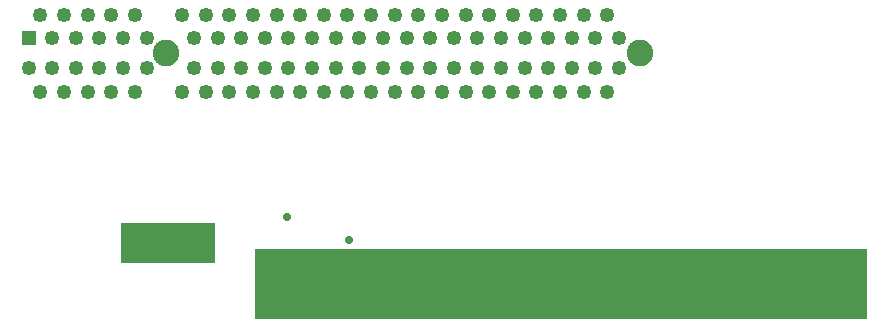
<source format=gbs>
G04*
G04 #@! TF.GenerationSoftware,Altium Limited,Altium Designer,19.0.4 (130)*
G04*
G04 Layer_Color=16711935*
%FSLAX25Y25*%
%MOIN*%
G70*
G01*
G75*
%ADD16R,0.31496X0.13583*%
%ADD17R,2.03937X0.23524*%
%ADD18R,0.03556X0.17335*%
%ADD19R,0.03556X0.13398*%
%ADD20C,0.04934*%
%ADD21R,0.04934X0.04934*%
%ADD22C,0.08871*%
%ADD23C,0.02800*%
D16*
X147047Y24508D02*
D03*
D17*
X278150Y10778D02*
D03*
D18*
X278150Y13780D02*
D03*
X270276D02*
D03*
X258465D02*
D03*
X309646D02*
D03*
X297835D02*
D03*
X286023D02*
D03*
X289961D02*
D03*
X305709D02*
D03*
X293898D02*
D03*
X266338D02*
D03*
X274213D02*
D03*
X301772D02*
D03*
X262402D02*
D03*
X282086D02*
D03*
X250590D02*
D03*
X211221D02*
D03*
X246654D02*
D03*
X234842D02*
D03*
X183661D02*
D03*
X191535D02*
D03*
X219094D02*
D03*
X207284D02*
D03*
X230906D02*
D03*
X242717D02*
D03*
X199409D02*
D03*
X203347D02*
D03*
X215158D02*
D03*
X187598D02*
D03*
X195472D02*
D03*
X238780D02*
D03*
X254528D02*
D03*
X321457D02*
D03*
X341142D02*
D03*
X337205D02*
D03*
X372638D02*
D03*
X349016D02*
D03*
X329331D02*
D03*
X352953D02*
D03*
X317520D02*
D03*
X356890D02*
D03*
X313583D02*
D03*
X364764D02*
D03*
X325394D02*
D03*
X345079D02*
D03*
X360827D02*
D03*
X333268D02*
D03*
X368701D02*
D03*
X376575D02*
D03*
D19*
X179724Y15748D02*
D03*
D20*
X297441Y92586D02*
D03*
Y82744D02*
D03*
X293504Y100460D02*
D03*
Y74869D02*
D03*
X285630D02*
D03*
X277756D02*
D03*
X269882D02*
D03*
X262008D02*
D03*
X254134D02*
D03*
X246260D02*
D03*
X238386D02*
D03*
X230512D02*
D03*
X289567Y82744D02*
D03*
X281693D02*
D03*
X273819D02*
D03*
X265945D02*
D03*
X258071D02*
D03*
X250197D02*
D03*
X242323D02*
D03*
X234449D02*
D03*
X289567Y92586D02*
D03*
X281693D02*
D03*
X273819D02*
D03*
X265945D02*
D03*
X258071D02*
D03*
X250197D02*
D03*
X242323D02*
D03*
X234449D02*
D03*
X285630Y100460D02*
D03*
X277756D02*
D03*
X269882D02*
D03*
X262008D02*
D03*
X254134D02*
D03*
X246260D02*
D03*
X238386D02*
D03*
X108465Y92586D02*
D03*
X116339D02*
D03*
X124213D02*
D03*
X132087D02*
D03*
X139961D02*
D03*
X104528Y100460D02*
D03*
X112402D02*
D03*
X120276D02*
D03*
X128150D02*
D03*
X136024D02*
D03*
X100591Y82744D02*
D03*
X108465D02*
D03*
X116339D02*
D03*
X124213D02*
D03*
X132087D02*
D03*
X139961D02*
D03*
X104528Y74869D02*
D03*
X112402D02*
D03*
X120276D02*
D03*
X128150D02*
D03*
X136024D02*
D03*
X151772Y100460D02*
D03*
X159646D02*
D03*
X167520D02*
D03*
X175394D02*
D03*
X183268D02*
D03*
X191142D02*
D03*
X199016D02*
D03*
X206890D02*
D03*
X214764D02*
D03*
X222638D02*
D03*
X155709Y92586D02*
D03*
X163583D02*
D03*
X171457D02*
D03*
X179331D02*
D03*
X187205D02*
D03*
X195079D02*
D03*
X202953D02*
D03*
X210827D02*
D03*
X218701D02*
D03*
X155709Y82744D02*
D03*
X163583D02*
D03*
X171457D02*
D03*
X179331D02*
D03*
X187205D02*
D03*
X195079D02*
D03*
X202953D02*
D03*
X210827D02*
D03*
X218701D02*
D03*
X151772Y74869D02*
D03*
X159646D02*
D03*
X167520D02*
D03*
X175394D02*
D03*
X183268D02*
D03*
X191142D02*
D03*
X199016D02*
D03*
X206890D02*
D03*
X214764D02*
D03*
X222638D02*
D03*
X226575Y82744D02*
D03*
Y92586D02*
D03*
X230512Y100460D02*
D03*
D21*
X100591Y92586D02*
D03*
D22*
X146457Y87665D02*
D03*
X304528D02*
D03*
D23*
X186785Y33242D02*
D03*
X207410Y25573D02*
D03*
M02*

</source>
